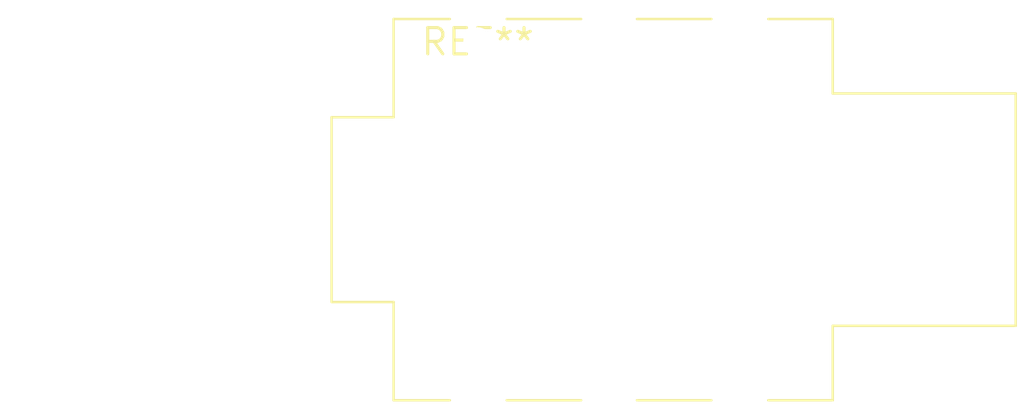
<source format=kicad_pcb>
(kicad_pcb (version 20240108) (generator pcbnew)
  (layers (0 "F.Cu" signal) (31 "B.Cu" signal) (34 "B.Paste" user) (35 "F.Paste" user) (36 "B.SilkS" user "B.Silkscreen") (37 "F.SilkS" user "F.Silkscreen") (38 "B.Mask" user) (39 "F.Mask" user) (44 "Edge.Cuts" user))
  (net 0 "")
  (footprint "Jack_6.35mm_Neutrik_NMJ6HFD2-AU_Horizontal" (layer "F.Cu") (at 0 0)
    (property "Reference" "REF**")
    (property "Value" "Jack_6.35mm_Neutrik_NMJ6HFD2-AU_Horizontal")
    (fp_line (start -7.07 3.645) (end -4.07 3.645) (layer "F.SilkS") (stroke (width 0.12)))
    (fp_line (start -7.07 12.545) (end -7.07 3.645) (layer "F.SilkS") (stroke (width 0.12)))
    (fp_line (start -7.07 12.585) (end -4.07 12.585) (layer "F.SilkS") (stroke (width 0.12)))
    (fp_line (start -4.07 -1.105) (end -1.35 -1.105) (layer "F.SilkS") (stroke (width 0.12)))
    (fp_line (start -4.07 3.645) (end -4.07 -1.105) (layer "F.SilkS") (stroke (width 0.12)))
    (fp_line (start -4.07 17.335) (end -4.07 12.585) (layer "F.SilkS") (stroke (width 0.12)))
    (fp_line (start -1.35 17.335) (end -4.07 17.335) (layer "F.SilkS") (stroke (width 0.12)))
    (fp_line (start 1.4 -1.105) (end 5 -1.105) (layer "F.SilkS") (stroke (width 0.12)))
    (fp_line (start 5 17.335) (end 1.4 17.335) (layer "F.SilkS") (stroke (width 0.12)))
    (fp_line (start 7.7 -1.105) (end 11.3 -1.105) (layer "F.SilkS") (stroke (width 0.12)))
    (fp_line (start 11.3 17.335) (end 7.7 17.335) (layer "F.SilkS") (stroke (width 0.12)))
    (fp_line (start 17.17 -1.105) (end 14.05 -1.105) (layer "F.SilkS") (stroke (width 0.12)))
    (fp_line (start 17.17 2.495) (end 17.17 -1.105) (layer "F.SilkS") (stroke (width 0.12)))
    (fp_line (start 17.17 2.495) (end 26.02 2.495) (layer "F.SilkS") (stroke (width 0.12)))
    (fp_line (start 17.17 13.735) (end 26.02 13.735) (layer "F.SilkS") (stroke (width 0.12)))
    (fp_line (start 17.17 17.335) (end 14.05 17.335) (layer "F.SilkS") (stroke (width 0.12)))
    (fp_line (start 17.17 17.335) (end 17.17 13.735) (layer "F.SilkS") (stroke (width 0.12)))
    (fp_line (start 26.02 13.735) (end 26.02 2.495) (layer "F.SilkS") (stroke (width 0.12)))
    (pad "R" thru_hole circle (at 6.35 0) (size 3 3) (drill 1.4) (layers *.Cu *.Mask) (remove_unused_layers))
    (pad "RN" thru_hole circle (at 6.35 16.23) (size 3 3) (drill 1.4) (layers *.Cu *.Mask) (remove_unused_layers))
    (pad "S" thru_hole circle (at 12.7 0) (size 3 3) (drill 1.4) (layers *.Cu *.Mask) (remove_unused_layers))
    (pad "SN" thru_hole circle (at 12.7 16.23) (size 3 3) (drill 1.4) (layers *.Cu *.Mask) (remove_unused_layers))
    (pad "T" thru_hole circle (at 0 0) (size 3 3) (drill 1.4) (layers *.Cu *.Mask) (remove_unused_layers))
    (pad "TN" thru_hole circle (at 0 16.23) (size 3 3) (drill 1.4) (layers *.Cu *.Mask) (remove_unused_layers))
  )
)
</source>
